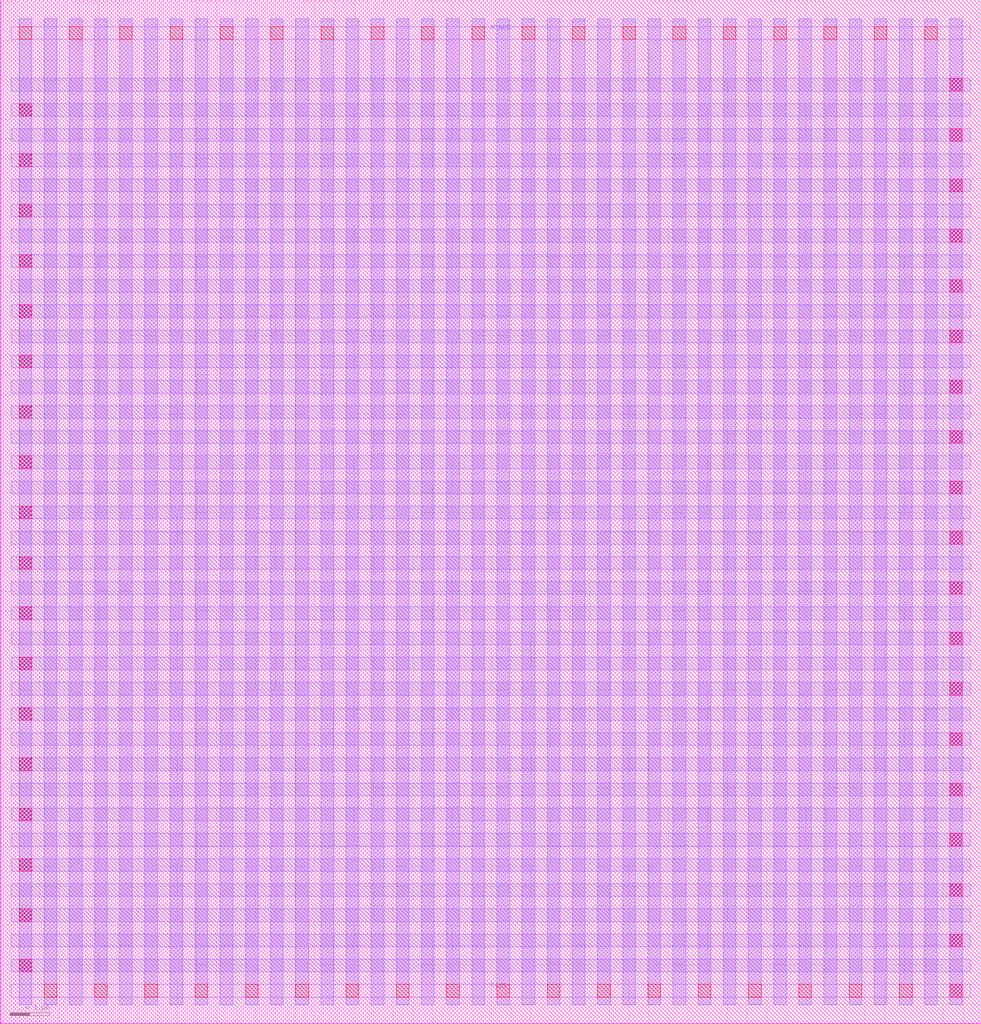
<source format=lef>
MACRO CMC_NMOS_n12_X3_Y1
  ORIGIN 0 0 ;
  FOREIGN CMC_NMOS_n12_X3_Y1 0 0 ;
  SIZE 3.8400 BY 0.8400 ;
  PIN SA
    DIRECTION INOUT ;
    USE SIGNAL ;
    PORT
      LAYER M2 ;
        RECT 0.2040 0.0680 2.8360 0.1000 ;
    END
  END SA
  PIN DA
    DIRECTION INOUT ;
    USE SIGNAL ;
    PORT
      LAYER M2 ;
        RECT 0.3640 0.1520 2.9960 0.1840 ;
    END
  END DA
  PIN SB
    DIRECTION INOUT ;
    USE SIGNAL ;
    PORT
      LAYER M2 ;
        RECT 0.8440 0.2360 3.4760 0.2680 ;
    END
  END SB
  PIN DB
    DIRECTION INOUT ;
    USE SIGNAL ;
    PORT
      LAYER M2 ;
        RECT 1.0040 0.3200 3.6360 0.3520 ;
    END
  END DB
  PIN G
    DIRECTION INOUT ;
    USE SIGNAL ;
    PORT
      LAYER M2 ;
        RECT 0.2840 0.4040 3.5560 0.4360 ;
    END
  END G
  OBS
    LAYER M1 ;
      RECT 0.3040 0.0480 0.3360 0.7080 ;
    LAYER M1 ;
      RECT 1.5840 0.0480 1.6160 0.7080 ;
    LAYER M1 ;
      RECT 2.8640 0.0480 2.8960 0.7080 ;
    LAYER M1 ;
      RECT 0.9440 0.0480 0.9760 0.7080 ;
    LAYER M1 ;
      RECT 2.2240 0.0480 2.2560 0.7080 ;
    LAYER M1 ;
      RECT 3.5040 0.0480 3.5360 0.7080 ;
    LAYER M1 ;
      RECT 0.2240 0.0480 0.2560 0.7080 ;
    LAYER M1 ;
      RECT 1.5040 0.0480 1.5360 0.7080 ;
    LAYER M1 ;
      RECT 2.7840 0.0480 2.8160 0.7080 ;
    LAYER M1 ;
      RECT 0.8640 0.0480 0.8960 0.7080 ;
    LAYER M1 ;
      RECT 2.1440 0.0480 2.1760 0.7080 ;
    LAYER M1 ;
      RECT 3.4240 0.0480 3.4560 0.7080 ;
    LAYER M1 ;
      RECT 0.3840 0.0480 0.4160 0.7080 ;
    LAYER M1 ;
      RECT 1.6640 0.0480 1.6960 0.7080 ;
    LAYER M1 ;
      RECT 2.9440 0.0480 2.9760 0.7080 ;
    LAYER M1 ;
      RECT 1.0240 0.0480 1.0560 0.7080 ;
    LAYER M1 ;
      RECT 2.3040 0.0480 2.3360 0.7080 ;
    LAYER M1 ;
      RECT 3.5840 0.0480 3.6160 0.7080 ;
    LAYER V1 ;
      RECT 0.2240 0.0680 0.2560 0.1000 ;
    LAYER V1 ;
      RECT 1.5040 0.0680 1.5360 0.1000 ;
    LAYER V1 ;
      RECT 2.7840 0.0680 2.8160 0.1000 ;
    LAYER V1 ;
      RECT 0.3840 0.1520 0.4160 0.1840 ;
    LAYER V1 ;
      RECT 1.6640 0.1520 1.6960 0.1840 ;
    LAYER V1 ;
      RECT 2.9440 0.1520 2.9760 0.1840 ;
    LAYER V1 ;
      RECT 0.8640 0.2360 0.8960 0.2680 ;
    LAYER V1 ;
      RECT 2.1440 0.2360 2.1760 0.2680 ;
    LAYER V1 ;
      RECT 3.4240 0.2360 3.4560 0.2680 ;
    LAYER V1 ;
      RECT 1.0240 0.3200 1.0560 0.3520 ;
    LAYER V1 ;
      RECT 2.3040 0.3200 2.3360 0.3520 ;
    LAYER V1 ;
      RECT 3.5840 0.3200 3.6160 0.3520 ;
    LAYER V1 ;
      RECT 0.3040 0.4040 0.3360 0.4360 ;
    LAYER V1 ;
      RECT 1.5840 0.4040 1.6160 0.4360 ;
    LAYER V1 ;
      RECT 2.8640 0.4040 2.8960 0.4360 ;
    LAYER V1 ;
      RECT 0.9440 0.4040 0.9760 0.4360 ;
    LAYER V1 ;
      RECT 2.2240 0.4040 2.2560 0.4360 ;
    LAYER V1 ;
      RECT 3.5040 0.4040 3.5360 0.4360 ;
    LAYER V0 ;
      RECT 0.2240 0.2360 0.2560 0.2680 ;
    LAYER V0 ;
      RECT 0.2240 0.3620 0.2560 0.3940 ;
    LAYER V0 ;
      RECT 0.2240 0.4880 0.2560 0.5200 ;
    LAYER V0 ;
      RECT 1.5040 0.2360 1.5360 0.2680 ;
    LAYER V0 ;
      RECT 1.5040 0.3620 1.5360 0.3940 ;
    LAYER V0 ;
      RECT 1.5040 0.4880 1.5360 0.5200 ;
    LAYER V0 ;
      RECT 2.7840 0.2360 2.8160 0.2680 ;
    LAYER V0 ;
      RECT 2.7840 0.3620 2.8160 0.3940 ;
    LAYER V0 ;
      RECT 2.7840 0.4880 2.8160 0.5200 ;
    LAYER V0 ;
      RECT 0.8640 0.2360 0.8960 0.2680 ;
    LAYER V0 ;
      RECT 0.8640 0.3620 0.8960 0.3940 ;
    LAYER V0 ;
      RECT 0.8640 0.4880 0.8960 0.5200 ;
    LAYER V0 ;
      RECT 2.1440 0.2360 2.1760 0.2680 ;
    LAYER V0 ;
      RECT 2.1440 0.3620 2.1760 0.3940 ;
    LAYER V0 ;
      RECT 2.1440 0.4880 2.1760 0.5200 ;
    LAYER V0 ;
      RECT 3.4240 0.2360 3.4560 0.2680 ;
    LAYER V0 ;
      RECT 3.4240 0.3620 3.4560 0.3940 ;
    LAYER V0 ;
      RECT 3.4240 0.4880 3.4560 0.5200 ;
    LAYER V0 ;
      RECT 0.3840 0.2360 0.4160 0.2680 ;
    LAYER V0 ;
      RECT 0.3840 0.3620 0.4160 0.3940 ;
    LAYER V0 ;
      RECT 0.3840 0.4880 0.4160 0.5200 ;
    LAYER V0 ;
      RECT 1.6640 0.2360 1.6960 0.2680 ;
    LAYER V0 ;
      RECT 1.6640 0.3620 1.6960 0.3940 ;
    LAYER V0 ;
      RECT 1.6640 0.4880 1.6960 0.5200 ;
    LAYER V0 ;
      RECT 2.9440 0.2360 2.9760 0.2680 ;
    LAYER V0 ;
      RECT 2.9440 0.3620 2.9760 0.3940 ;
    LAYER V0 ;
      RECT 2.9440 0.4880 2.9760 0.5200 ;
    LAYER V0 ;
      RECT 1.0240 0.2360 1.0560 0.2680 ;
    LAYER V0 ;
      RECT 1.0240 0.3620 1.0560 0.3940 ;
    LAYER V0 ;
      RECT 1.0240 0.4880 1.0560 0.5200 ;
    LAYER V0 ;
      RECT 2.3040 0.2360 2.3360 0.2680 ;
    LAYER V0 ;
      RECT 2.3040 0.3620 2.3360 0.3940 ;
    LAYER V0 ;
      RECT 2.3040 0.4880 2.3360 0.5200 ;
    LAYER V0 ;
      RECT 3.5840 0.2360 3.6160 0.2680 ;
    LAYER V0 ;
      RECT 3.5840 0.3620 3.6160 0.3940 ;
    LAYER V0 ;
      RECT 3.5840 0.4880 3.6160 0.5200 ;
  END
END CMC_NMOS_n12_X3_Y1
MACRO CMC_PMOS_S_n12_X1_Y1
  ORIGIN 0 0 ;
  FOREIGN CMC_PMOS_S_n12_X1_Y1 0 0 ;
  SIZE 1.2800 BY 0.8400 ;
  PIN S
    DIRECTION INOUT ;
    USE SIGNAL ;
    PORT
      LAYER M2 ;
        RECT 0.2040 0.0680 0.9160 0.1000 ;
    END
  END S
  PIN DA
    DIRECTION INOUT ;
    USE SIGNAL ;
    PORT
      LAYER M2 ;
        RECT 0.3640 0.1520 0.4360 0.1840 ;
    END
  END DA
  PIN DB
    DIRECTION INOUT ;
    USE SIGNAL ;
    PORT
      LAYER M2 ;
        RECT 1.0040 0.2360 1.0760 0.2680 ;
    END
  END DB
  PIN G
    DIRECTION INOUT ;
    USE SIGNAL ;
    PORT
      LAYER M2 ;
        RECT 0.2840 0.3200 0.9960 0.3520 ;
    END
  END G
  OBS
    LAYER M1 ;
      RECT 0.3040 0.0480 0.3360 0.7080 ;
    LAYER M1 ;
      RECT 0.9440 0.0480 0.9760 0.7080 ;
    LAYER M1 ;
      RECT 0.2240 0.0480 0.2560 0.7080 ;
    LAYER M1 ;
      RECT 0.8640 0.0480 0.8960 0.7080 ;
    LAYER M1 ;
      RECT 0.3840 0.0480 0.4160 0.7080 ;
    LAYER M1 ;
      RECT 1.0240 0.0480 1.0560 0.7080 ;
    LAYER V1 ;
      RECT 0.2240 0.0680 0.2560 0.1000 ;
    LAYER V1 ;
      RECT 0.8640 0.0680 0.8960 0.1000 ;
    LAYER V1 ;
      RECT 0.3840 0.1520 0.4160 0.1840 ;
    LAYER V1 ;
      RECT 1.0240 0.2360 1.0560 0.2680 ;
    LAYER V1 ;
      RECT 0.3040 0.3200 0.3360 0.3520 ;
    LAYER V1 ;
      RECT 0.9440 0.3200 0.9760 0.3520 ;
    LAYER V0 ;
      RECT 0.2240 0.2360 0.2560 0.2680 ;
    LAYER V0 ;
      RECT 0.2240 0.3620 0.2560 0.3940 ;
    LAYER V0 ;
      RECT 0.2240 0.4880 0.2560 0.5200 ;
    LAYER V0 ;
      RECT 0.8640 0.2360 0.8960 0.2680 ;
    LAYER V0 ;
      RECT 0.8640 0.3620 0.8960 0.3940 ;
    LAYER V0 ;
      RECT 0.8640 0.4880 0.8960 0.5200 ;
    LAYER V0 ;
      RECT 0.3840 0.2360 0.4160 0.2680 ;
    LAYER V0 ;
      RECT 0.3840 0.3620 0.4160 0.3940 ;
    LAYER V0 ;
      RECT 0.3840 0.4880 0.4160 0.5200 ;
    LAYER V0 ;
      RECT 1.0240 0.2360 1.0560 0.2680 ;
    LAYER V0 ;
      RECT 1.0240 0.3620 1.0560 0.3940 ;
    LAYER V0 ;
      RECT 1.0240 0.4880 1.0560 0.5200 ;
  END
END CMC_PMOS_S_n12_X1_Y1
MACRO CMC_PMOS_n12_X2_Y1
  ORIGIN 0 0 ;
  FOREIGN CMC_PMOS_n12_X2_Y1 0 0 ;
  SIZE 2.5600 BY 0.8400 ;
  PIN SA
    DIRECTION INOUT ;
    USE SIGNAL ;
    PORT
      LAYER M2 ;
        RECT 0.2040 0.0680 2.3560 0.1000 ;
    END
  END SA
  PIN DA
    DIRECTION INOUT ;
    USE SIGNAL ;
    PORT
      LAYER M2 ;
        RECT 0.3640 0.1520 2.1960 0.1840 ;
    END
  END DA
  PIN SB
    DIRECTION INOUT ;
    USE SIGNAL ;
    PORT
      LAYER M2 ;
        RECT 0.8440 0.2360 1.7160 0.2680 ;
    END
  END SB
  PIN DB
    DIRECTION INOUT ;
    USE SIGNAL ;
    PORT
      LAYER M2 ;
        RECT 1.0040 0.3200 1.5560 0.3520 ;
    END
  END DB
  PIN G
    DIRECTION INOUT ;
    USE SIGNAL ;
    PORT
      LAYER M2 ;
        RECT 0.2840 0.4040 2.2760 0.4360 ;
    END
  END G
  OBS
    LAYER M1 ;
      RECT 0.3040 0.0480 0.3360 0.7080 ;
    LAYER M1 ;
      RECT 2.2240 0.0480 2.2560 0.7080 ;
    LAYER M1 ;
      RECT 0.9440 0.0480 0.9760 0.7080 ;
    LAYER M1 ;
      RECT 1.5840 0.0480 1.6160 0.7080 ;
    LAYER M1 ;
      RECT 0.2240 0.0480 0.2560 0.7080 ;
    LAYER M1 ;
      RECT 2.3040 0.0480 2.3360 0.7080 ;
    LAYER M1 ;
      RECT 0.8640 0.0480 0.8960 0.7080 ;
    LAYER M1 ;
      RECT 1.6640 0.0480 1.6960 0.7080 ;
    LAYER M1 ;
      RECT 0.3840 0.0480 0.4160 0.7080 ;
    LAYER M1 ;
      RECT 2.1440 0.0480 2.1760 0.7080 ;
    LAYER M1 ;
      RECT 1.0240 0.0480 1.0560 0.7080 ;
    LAYER M1 ;
      RECT 1.5040 0.0480 1.5360 0.7080 ;
    LAYER V1 ;
      RECT 0.2240 0.0680 0.2560 0.1000 ;
    LAYER V1 ;
      RECT 2.3040 0.0680 2.3360 0.1000 ;
    LAYER V1 ;
      RECT 0.3840 0.1520 0.4160 0.1840 ;
    LAYER V1 ;
      RECT 2.1440 0.1520 2.1760 0.1840 ;
    LAYER V1 ;
      RECT 0.8640 0.2360 0.8960 0.2680 ;
    LAYER V1 ;
      RECT 1.6640 0.2360 1.6960 0.2680 ;
    LAYER V1 ;
      RECT 1.0240 0.3200 1.0560 0.3520 ;
    LAYER V1 ;
      RECT 1.5040 0.3200 1.5360 0.3520 ;
    LAYER V1 ;
      RECT 0.3040 0.4040 0.3360 0.4360 ;
    LAYER V1 ;
      RECT 2.2240 0.4040 2.2560 0.4360 ;
    LAYER V1 ;
      RECT 0.9440 0.4040 0.9760 0.4360 ;
    LAYER V1 ;
      RECT 1.5840 0.4040 1.6160 0.4360 ;
    LAYER V0 ;
      RECT 0.2240 0.2360 0.2560 0.2680 ;
    LAYER V0 ;
      RECT 0.2240 0.3620 0.2560 0.3940 ;
    LAYER V0 ;
      RECT 0.2240 0.4880 0.2560 0.5200 ;
    LAYER V0 ;
      RECT 2.3040 0.2360 2.3360 0.2680 ;
    LAYER V0 ;
      RECT 2.3040 0.3620 2.3360 0.3940 ;
    LAYER V0 ;
      RECT 2.3040 0.4880 2.3360 0.5200 ;
    LAYER V0 ;
      RECT 0.8640 0.2360 0.8960 0.2680 ;
    LAYER V0 ;
      RECT 0.8640 0.3620 0.8960 0.3940 ;
    LAYER V0 ;
      RECT 0.8640 0.4880 0.8960 0.5200 ;
    LAYER V0 ;
      RECT 1.6640 0.2360 1.6960 0.2680 ;
    LAYER V0 ;
      RECT 1.6640 0.3620 1.6960 0.3940 ;
    LAYER V0 ;
      RECT 1.6640 0.4880 1.6960 0.5200 ;
    LAYER V0 ;
      RECT 0.3840 0.2360 0.4160 0.2680 ;
    LAYER V0 ;
      RECT 0.3840 0.3620 0.4160 0.3940 ;
    LAYER V0 ;
      RECT 0.3840 0.4880 0.4160 0.5200 ;
    LAYER V0 ;
      RECT 2.1440 0.2360 2.1760 0.2680 ;
    LAYER V0 ;
      RECT 2.1440 0.3620 2.1760 0.3940 ;
    LAYER V0 ;
      RECT 2.1440 0.4880 2.1760 0.5200 ;
    LAYER V0 ;
      RECT 1.0240 0.2360 1.0560 0.2680 ;
    LAYER V0 ;
      RECT 1.0240 0.3620 1.0560 0.3940 ;
    LAYER V0 ;
      RECT 1.0240 0.4880 1.0560 0.5200 ;
    LAYER V0 ;
      RECT 1.5040 0.2360 1.5360 0.2680 ;
    LAYER V0 ;
      RECT 1.5040 0.3620 1.5360 0.3940 ;
    LAYER V0 ;
      RECT 1.5040 0.4880 1.5360 0.5200 ;
  END
END CMC_PMOS_n12_X2_Y1
MACRO CMFB_NMOS_n12_X3_Y1
  ORIGIN 0 0 ;
  FOREIGN CMFB_NMOS_n12_X3_Y1 0 0 ;
  SIZE 5.1200 BY 0.8400 ;
  PIN S
    DIRECTION INOUT ;
    USE SIGNAL ;
    PORT
      LAYER M2 ;
        RECT 0.2040 0.0680 4.7560 0.1000 ;
    END
  END S
  PIN DA
    DIRECTION INOUT ;
    USE SIGNAL ;
    PORT
      LAYER M2 ;
        RECT 2.2040 0.1520 2.9960 0.1840 ;
    END
  END DA
  PIN DB
    DIRECTION INOUT ;
    USE SIGNAL ;
    PORT
      LAYER M2 ;
        RECT 0.3640 0.2360 4.9160 0.2680 ;
    END
  END DB
  PIN GB
    DIRECTION INOUT ;
    USE SIGNAL ;
    PORT
      LAYER M2 ;
        RECT 0.2840 0.3200 4.8360 0.3520 ;
    END
  END GB
  OBS
    LAYER M1 ;
      RECT 2.2240 0.0480 2.2560 0.7080 ;
    LAYER M1 ;
      RECT 2.8640 0.0480 2.8960 0.7080 ;
    LAYER M1 ;
      RECT 0.3040 0.0480 0.3360 0.7080 ;
    LAYER M1 ;
      RECT 0.9440 0.0480 0.9760 0.7080 ;
    LAYER M1 ;
      RECT 1.5840 0.0480 1.6160 0.7080 ;
    LAYER M1 ;
      RECT 3.5040 0.0480 3.5360 0.7080 ;
    LAYER M1 ;
      RECT 4.1440 0.0480 4.1760 0.7080 ;
    LAYER M1 ;
      RECT 4.7840 0.0480 4.8160 0.7080 ;
    LAYER M1 ;
      RECT 2.1440 0.0480 2.1760 0.7080 ;
    LAYER M1 ;
      RECT 2.7840 0.0480 2.8160 0.7080 ;
    LAYER M1 ;
      RECT 0.2240 0.0480 0.2560 0.7080 ;
    LAYER M1 ;
      RECT 0.8640 0.0480 0.8960 0.7080 ;
    LAYER M1 ;
      RECT 1.5040 0.0480 1.5360 0.7080 ;
    LAYER M1 ;
      RECT 3.4240 0.0480 3.4560 0.7080 ;
    LAYER M1 ;
      RECT 4.0640 0.0480 4.0960 0.7080 ;
    LAYER M1 ;
      RECT 4.7040 0.0480 4.7360 0.7080 ;
    LAYER M1 ;
      RECT 2.3040 0.0480 2.3360 0.7080 ;
    LAYER M1 ;
      RECT 2.9440 0.0480 2.9760 0.7080 ;
    LAYER M1 ;
      RECT 0.3840 0.0480 0.4160 0.7080 ;
    LAYER M1 ;
      RECT 1.0240 0.0480 1.0560 0.7080 ;
    LAYER M1 ;
      RECT 1.6640 0.0480 1.6960 0.7080 ;
    LAYER M1 ;
      RECT 3.5840 0.0480 3.6160 0.7080 ;
    LAYER M1 ;
      RECT 4.2240 0.0480 4.2560 0.7080 ;
    LAYER M1 ;
      RECT 4.8640 0.0480 4.8960 0.7080 ;
    LAYER V1 ;
      RECT 2.1440 0.0680 2.1760 0.1000 ;
    LAYER V1 ;
      RECT 2.7840 0.0680 2.8160 0.1000 ;
    LAYER V1 ;
      RECT 0.2240 0.0680 0.2560 0.1000 ;
    LAYER V1 ;
      RECT 0.8640 0.0680 0.8960 0.1000 ;
    LAYER V1 ;
      RECT 1.5040 0.0680 1.5360 0.1000 ;
    LAYER V1 ;
      RECT 3.4240 0.0680 3.4560 0.1000 ;
    LAYER V1 ;
      RECT 4.0640 0.0680 4.0960 0.1000 ;
    LAYER V1 ;
      RECT 4.7040 0.0680 4.7360 0.1000 ;
    LAYER V1 ;
      RECT 2.3040 0.1520 2.3360 0.1840 ;
    LAYER V1 ;
      RECT 2.9440 0.1520 2.9760 0.1840 ;
    LAYER V1 ;
      RECT 2.2240 0.1520 2.2560 0.1840 ;
    LAYER V1 ;
      RECT 2.8640 0.1520 2.8960 0.1840 ;
    LAYER V1 ;
      RECT 0.3840 0.2360 0.4160 0.2680 ;
    LAYER V1 ;
      RECT 1.0240 0.2360 1.0560 0.2680 ;
    LAYER V1 ;
      RECT 1.6640 0.2360 1.6960 0.2680 ;
    LAYER V1 ;
      RECT 3.5840 0.2360 3.6160 0.2680 ;
    LAYER V1 ;
      RECT 4.2240 0.2360 4.2560 0.2680 ;
    LAYER V1 ;
      RECT 4.8640 0.2360 4.8960 0.2680 ;
    LAYER V1 ;
      RECT 0.3040 0.3200 0.3360 0.3520 ;
    LAYER V1 ;
      RECT 0.9440 0.3200 0.9760 0.3520 ;
    LAYER V1 ;
      RECT 1.5840 0.3200 1.6160 0.3520 ;
    LAYER V1 ;
      RECT 3.5040 0.3200 3.5360 0.3520 ;
    LAYER V1 ;
      RECT 4.1440 0.3200 4.1760 0.3520 ;
    LAYER V1 ;
      RECT 4.7840 0.3200 4.8160 0.3520 ;
    LAYER V0 ;
      RECT 2.1440 0.2360 2.1760 0.2680 ;
    LAYER V0 ;
      RECT 2.1440 0.3620 2.1760 0.3940 ;
    LAYER V0 ;
      RECT 2.1440 0.4880 2.1760 0.5200 ;
    LAYER V0 ;
      RECT 2.7840 0.2360 2.8160 0.2680 ;
    LAYER V0 ;
      RECT 2.7840 0.3620 2.8160 0.3940 ;
    LAYER V0 ;
      RECT 2.7840 0.4880 2.8160 0.5200 ;
    LAYER V0 ;
      RECT 0.2240 0.2360 0.2560 0.2680 ;
    LAYER V0 ;
      RECT 0.2240 0.3620 0.2560 0.3940 ;
    LAYER V0 ;
      RECT 0.2240 0.4880 0.2560 0.5200 ;
    LAYER V0 ;
      RECT 0.8640 0.2360 0.8960 0.2680 ;
    LAYER V0 ;
      RECT 0.8640 0.3620 0.8960 0.3940 ;
    LAYER V0 ;
      RECT 0.8640 0.4880 0.8960 0.5200 ;
    LAYER V0 ;
      RECT 1.5040 0.2360 1.5360 0.2680 ;
    LAYER V0 ;
      RECT 1.5040 0.3620 1.5360 0.3940 ;
    LAYER V0 ;
      RECT 1.5040 0.4880 1.5360 0.5200 ;
    LAYER V0 ;
      RECT 3.4240 0.2360 3.4560 0.2680 ;
    LAYER V0 ;
      RECT 3.4240 0.3620 3.4560 0.3940 ;
    LAYER V0 ;
      RECT 3.4240 0.4880 3.4560 0.5200 ;
    LAYER V0 ;
      RECT 4.0640 0.2360 4.0960 0.2680 ;
    LAYER V0 ;
      RECT 4.0640 0.3620 4.0960 0.3940 ;
    LAYER V0 ;
      RECT 4.0640 0.4880 4.0960 0.5200 ;
    LAYER V0 ;
      RECT 4.7040 0.2360 4.7360 0.2680 ;
    LAYER V0 ;
      RECT 4.7040 0.3620 4.7360 0.3940 ;
    LAYER V0 ;
      RECT 4.7040 0.4880 4.7360 0.5200 ;
    LAYER V0 ;
      RECT 2.3040 0.2360 2.3360 0.2680 ;
    LAYER V0 ;
      RECT 2.3040 0.3620 2.3360 0.3940 ;
    LAYER V0 ;
      RECT 2.3040 0.4880 2.3360 0.5200 ;
    LAYER V0 ;
      RECT 2.9440 0.2360 2.9760 0.2680 ;
    LAYER V0 ;
      RECT 2.9440 0.3620 2.9760 0.3940 ;
    LAYER V0 ;
      RECT 2.9440 0.4880 2.9760 0.5200 ;
    LAYER V0 ;
      RECT 0.3840 0.2360 0.4160 0.2680 ;
    LAYER V0 ;
      RECT 0.3840 0.3620 0.4160 0.3940 ;
    LAYER V0 ;
      RECT 0.3840 0.4880 0.4160 0.5200 ;
    LAYER V0 ;
      RECT 1.0240 0.2360 1.0560 0.2680 ;
    LAYER V0 ;
      RECT 1.0240 0.3620 1.0560 0.3940 ;
    LAYER V0 ;
      RECT 1.0240 0.4880 1.0560 0.5200 ;
    LAYER V0 ;
      RECT 1.6640 0.2360 1.6960 0.2680 ;
    LAYER V0 ;
      RECT 1.6640 0.3620 1.6960 0.3940 ;
    LAYER V0 ;
      RECT 1.6640 0.4880 1.6960 0.5200 ;
    LAYER V0 ;
      RECT 3.5840 0.2360 3.6160 0.2680 ;
    LAYER V0 ;
      RECT 3.5840 0.3620 3.6160 0.3940 ;
    LAYER V0 ;
      RECT 3.5840 0.4880 3.6160 0.5200 ;
    LAYER V0 ;
      RECT 4.2240 0.2360 4.2560 0.2680 ;
    LAYER V0 ;
      RECT 4.2240 0.3620 4.2560 0.3940 ;
    LAYER V0 ;
      RECT 4.2240 0.4880 4.2560 0.5200 ;
    LAYER V0 ;
      RECT 4.8640 0.2360 4.8960 0.2680 ;
    LAYER V0 ;
      RECT 4.8640 0.3620 4.8960 0.3940 ;
    LAYER V0 ;
      RECT 4.8640 0.4880 4.8960 0.5200 ;
  END
END CMFB_NMOS_n12_X3_Y1
MACRO DCL_NMOS_n12_X2_Y1
  ORIGIN 0 0 ;
  FOREIGN DCL_NMOS_n12_X2_Y1 0 0 ;
  SIZE 1.2800 BY 0.8400 ;
  PIN S
    DIRECTION INOUT ;
    USE SIGNAL ;
    PORT
      LAYER M2 ;
        RECT 0.2040 0.0680 0.9160 0.1000 ;
    END
  END S
  PIN D
    DIRECTION INOUT ;
    USE SIGNAL ;
    PORT
      LAYER M2 ;
        RECT 0.2840 0.1520 1.0760 0.1840 ;
    END
  END D
  OBS
    LAYER M1 ;
      RECT 0.3040 0.0480 0.3360 0.7080 ;
    LAYER M1 ;
      RECT 0.9440 0.0480 0.9760 0.7080 ;
    LAYER M1 ;
      RECT 0.2240 0.0480 0.2560 0.7080 ;
    LAYER M1 ;
      RECT 0.8640 0.0480 0.8960 0.7080 ;
    LAYER M1 ;
      RECT 0.3840 0.0480 0.4160 0.7080 ;
    LAYER M1 ;
      RECT 1.0240 0.0480 1.0560 0.7080 ;
    LAYER V1 ;
      RECT 0.2240 0.0680 0.2560 0.1000 ;
    LAYER V1 ;
      RECT 0.8640 0.0680 0.8960 0.1000 ;
    LAYER V1 ;
      RECT 0.3040 0.1520 0.3360 0.1840 ;
    LAYER V1 ;
      RECT 0.9440 0.1520 0.9760 0.1840 ;
    LAYER V1 ;
      RECT 0.3840 0.1520 0.4160 0.1840 ;
    LAYER V1 ;
      RECT 1.0240 0.1520 1.0560 0.1840 ;
    LAYER V0 ;
      RECT 0.2240 0.2360 0.2560 0.2680 ;
    LAYER V0 ;
      RECT 0.2240 0.3620 0.2560 0.3940 ;
    LAYER V0 ;
      RECT 0.2240 0.4880 0.2560 0.5200 ;
    LAYER V0 ;
      RECT 0.8640 0.2360 0.8960 0.2680 ;
    LAYER V0 ;
      RECT 0.8640 0.3620 0.8960 0.3940 ;
    LAYER V0 ;
      RECT 0.8640 0.4880 0.8960 0.5200 ;
    LAYER V0 ;
      RECT 0.3840 0.2360 0.4160 0.2680 ;
    LAYER V0 ;
      RECT 0.3840 0.3620 0.4160 0.3940 ;
    LAYER V0 ;
      RECT 0.3840 0.4880 0.4160 0.5200 ;
    LAYER V0 ;
      RECT 1.0240 0.2360 1.0560 0.2680 ;
    LAYER V0 ;
      RECT 1.0240 0.3620 1.0560 0.3940 ;
    LAYER V0 ;
      RECT 1.0240 0.4880 1.0560 0.5200 ;
  END
END DCL_NMOS_n12_X2_Y1
MACRO DP_NMOS_n12_X1_Y1
  ORIGIN 0 0 ;
  FOREIGN DP_NMOS_n12_X1_Y1 0 0 ;
  SIZE 1.2800 BY 0.8400 ;
  PIN S
    DIRECTION INOUT ;
    USE SIGNAL ;
    PORT
      LAYER M2 ;
        RECT 0.2040 0.0680 0.9160 0.1000 ;
    END
  END S
  PIN DA
    DIRECTION INOUT ;
    USE SIGNAL ;
    PORT
      LAYER M2 ;
        RECT 0.3640 0.1520 0.4360 0.1840 ;
    END
  END DA
  PIN DB
    DIRECTION INOUT ;
    USE SIGNAL ;
    PORT
      LAYER M2 ;
        RECT 1.0040 0.2360 1.0760 0.2680 ;
    END
  END DB
  PIN GA
    DIRECTION INOUT ;
    USE SIGNAL ;
    PORT
      LAYER M2 ;
        RECT 0.2840 0.3200 0.3560 0.3520 ;
    END
  END GA
  PIN GB
    DIRECTION INOUT ;
    USE SIGNAL ;
    PORT
      LAYER M2 ;
        RECT 0.9240 0.4040 0.9960 0.4360 ;
    END
  END GB
  OBS
    LAYER M1 ;
      RECT 0.3040 0.0480 0.3360 0.7080 ;
    LAYER M1 ;
      RECT 0.9440 0.0480 0.9760 0.7080 ;
    LAYER M1 ;
      RECT 0.2240 0.0480 0.2560 0.7080 ;
    LAYER M1 ;
      RECT 0.8640 0.0480 0.8960 0.7080 ;
    LAYER M1 ;
      RECT 0.3840 0.0480 0.4160 0.7080 ;
    LAYER M1 ;
      RECT 1.0240 0.0480 1.0560 0.7080 ;
    LAYER V1 ;
      RECT 0.2240 0.0680 0.2560 0.1000 ;
    LAYER V1 ;
      RECT 0.8640 0.0680 0.8960 0.1000 ;
    LAYER V1 ;
      RECT 0.3840 0.1520 0.4160 0.1840 ;
    LAYER V1 ;
      RECT 1.0240 0.2360 1.0560 0.2680 ;
    LAYER V1 ;
      RECT 0.3040 0.3200 0.3360 0.3520 ;
    LAYER V1 ;
      RECT 0.9440 0.4040 0.9760 0.4360 ;
    LAYER V0 ;
      RECT 0.2240 0.2360 0.2560 0.2680 ;
    LAYER V0 ;
      RECT 0.2240 0.3620 0.2560 0.3940 ;
    LAYER V0 ;
      RECT 0.2240 0.4880 0.2560 0.5200 ;
    LAYER V0 ;
      RECT 0.8640 0.2360 0.8960 0.2680 ;
    LAYER V0 ;
      RECT 0.8640 0.3620 0.8960 0.3940 ;
    LAYER V0 ;
      RECT 0.8640 0.4880 0.8960 0.5200 ;
    LAYER V0 ;
      RECT 0.3840 0.2360 0.4160 0.2680 ;
    LAYER V0 ;
      RECT 0.3840 0.3620 0.4160 0.3940 ;
    LAYER V0 ;
      RECT 0.3840 0.4880 0.4160 0.5200 ;
    LAYER V0 ;
      RECT 1.0240 0.2360 1.0560 0.2680 ;
    LAYER V0 ;
      RECT 1.0240 0.3620 1.0560 0.3940 ;
    LAYER V0 ;
      RECT 1.0240 0.4880 1.0560 0.5200 ;
  END
END DP_NMOS_n12_X1_Y1
MACRO DP_NMOS_n12_X3_Y2
  ORIGIN 0 0 ;
  FOREIGN DP_NMOS_n12_X3_Y2 0 0 ;
  SIZE 3.8400 BY 1.6800 ;
  PIN S
    DIRECTION INOUT ;
    USE SIGNAL ;
    PORT
      LAYER M3 ;
        RECT 1.8200 0.0480 1.8600 0.9600 ;
    END
  END S
  PIN DA
    DIRECTION INOUT ;
    USE SIGNAL ;
    PORT
      LAYER M3 ;
        RECT 1.7400 0.1320 1.7800 1.0440 ;
    END
  END DA
  PIN DB
    DIRECTION INOUT ;
    USE SIGNAL ;
    PORT
      LAYER M3 ;
        RECT 1.9000 0.2160 1.9400 1.1280 ;
    END
  END DB
  PIN GA
    DIRECTION INOUT ;
    USE SIGNAL ;
    PORT
      LAYER M3 ;
        RECT 1.6600 0.3000 1.7000 1.2120 ;
    END
  END GA
  PIN GB
    DIRECTION INOUT ;
    USE SIGNAL ;
    PORT
      LAYER M3 ;
        RECT 1.9800 0.3840 2.0200 1.2960 ;
    END
  END GB
  OBS
    LAYER M1 ;
      RECT 0.3040 0.0480 0.3360 0.7080 ;
    LAYER M1 ;
      RECT 0.3040 0.8880 0.3360 1.5480 ;
    LAYER M1 ;
      RECT 1.5840 0.0480 1.6160 0.7080 ;
    LAYER M1 ;
      RECT 1.5840 0.8880 1.6160 1.5480 ;
    LAYER M1 ;
      RECT 2.8640 0.0480 2.8960 0.7080 ;
    LAYER M1 ;
      RECT 2.8640 0.8880 2.8960 1.5480 ;
    LAYER M1 ;
      RECT 0.9440 0.0480 0.9760 0.7080 ;
    LAYER M1 ;
      RECT 0.9440 0.8880 0.9760 1.5480 ;
    LAYER M1 ;
      RECT 2.2240 0.0480 2.2560 0.7080 ;
    LAYER M1 ;
      RECT 2.2240 0.8880 2.2560 1.5480 ;
    LAYER M1 ;
      RECT 3.5040 0.0480 3.5360 0.7080 ;
    LAYER M1 ;
      RECT 3.5040 0.8880 3.5360 1.5480 ;
    LAYER M1 ;
      RECT 0.2240 0.0480 0.2560 0.7080 ;
    LAYER M1 ;
      RECT 0.2240 0.8880 0.2560 1.5480 ;
    LAYER M1 ;
      RECT 1.5040 0.0480 1.5360 0.7080 ;
    LAYER M1 ;
      RECT 1.5040 0.8880 1.5360 1.5480 ;
    LAYER M1 ;
      RECT 2.7840 0.0480 2.8160 0.7080 ;
    LAYER M1 ;
      RECT 2.7840 0.8880 2.8160 1.5480 ;
    LAYER M1 ;
      RECT 0.8640 0.0480 0.8960 0.7080 ;
    LAYER M1 ;
      RECT 0.8640 0.8880 0.8960 1.5480 ;
    LAYER M1 ;
      RECT 2.1440 0.0480 2.1760 0.7080 ;
    LAYER M1 ;
      RECT 2.1440 0.8880 2.1760 1.5480 ;
    LAYER M1 ;
      RECT 3.4240 0.0480 3.4560 0.7080 ;
    LAYER M1 ;
      RECT 3.4240 0.8880 3.4560 1.5480 ;
    LAYER M1 ;
      RECT 0.3840 0.0480 0.4160 0.7080 ;
    LAYER M1 ;
      RECT 0.3840 0.8880 0.4160 1.5480 ;
    LAYER M1 ;
      RECT 1.6640 0.0480 1.6960 0.7080 ;
    LAYER M1 ;
      RECT 1.6640 0.8880 1.6960 1.5480 ;
    LAYER M1 ;
      RECT 2.9440 0.0480 2.9760 0.7080 ;
    LAYER M1 ;
      RECT 2.9440 0.8880 2.9760 1.5480 ;
    LAYER M1 ;
      RECT 1.0240 0.0480 1.0560 0.7080 ;
    LAYER M1 ;
      RECT 1.0240 0.8880 1.0560 1.5480 ;
    LAYER M1 ;
      RECT 2.3040 0.0480 2.3360 0.7080 ;
    LAYER M1 ;
      RECT 2.3040 0.8880 2.3360 1.5480 ;
    LAYER M1 ;
      RECT 3.5840 0.0480 3.6160 0.7080 ;
    LAYER M1 ;
      RECT 3.5840 0.8880 3.6160 1.5480 ;
    LAYER M2 ;
      RECT 0.2040 0.0680 3.4760 0.1000 ;
    LAYER M2 ;
      RECT 0.3640 0.1520 2.9960 0.1840 ;
    LAYER M2 ;
      RECT 1.0040 0.2360 3.6360 0.2680 ;
    LAYER M2 ;
      RECT 0.2840 0.3200 2.9160 0.3520 ;
    LAYER M2 ;
      RECT 0.9240 0.4040 3.5560 0.4360 ;
    LAYER M2 ;
      RECT 0.2040 0.9080 3.4760 0.9400 ;
    LAYER M2 ;
      RECT 1.0040 0.9920 3.6360 1.0240 ;
    LAYER M2 ;
      RECT 0.3640 1.0760 2.9960 1.1080 ;
    LAYER M2 ;
      RECT 0.9240 1.1600 3.5560 1.1920 ;
    LAYER M2 ;
      RECT 0.2840 1.2440 2.9160 1.2760 ;
    LAYER V1 ;
      RECT 0.2240 0.0680 0.2560 0.1000 ;
    LAYER V1 ;
      RECT 0.2240 0.9080 0.2560 0.9400 ;
    LAYER V1 ;
      RECT 1.5040 0.0680 1.5360 0.1000 ;
    LAYER V1 ;
      RECT 1.5040 0.9080 1.5360 0.9400 ;
    LAYER V1 ;
      RECT 2.7840 0.0680 2.8160 0.1000 ;
    LAYER V1 ;
      RECT 2.7840 0.9080 2.8160 0.9400 ;
    LAYER V1 ;
      RECT 0.8640 0.0680 0.8960 0.1000 ;
    LAYER V1 ;
      RECT 0.8640 0.9080 0.8960 0.9400 ;
    LAYER V1 ;
      RECT 2.1440 0.0680 2.1760 0.1000 ;
    LAYER V1 ;
      RECT 2.1440 0.9080 2.1760 0.9400 ;
    LAYER V1 ;
      RECT 3.4240 0.0680 3.4560 0.1000 ;
    LAYER V1 ;
      RECT 3.4240 0.9080 3.4560 0.9400 ;
    LAYER V1 ;
      RECT 0.3840 0.1520 0.4160 0.1840 ;
    LAYER V1 ;
      RECT 0.3840 1.0760 0.4160 1.1080 ;
    LAYER V1 ;
      RECT 1.6640 0.1520 1.6960 0.1840 ;
    LAYER V1 ;
      RECT 1.6640 1.0760 1.6960 1.1080 ;
    LAYER V1 ;
      RECT 2.9440 0.1520 2.9760 0.1840 ;
    LAYER V1 ;
      RECT 2.9440 1.0760 2.9760 1.1080 ;
    LAYER V1 ;
      RECT 1.0240 0.2360 1.0560 0.2680 ;
    LAYER V1 ;
      RECT 1.0240 0.9920 1.0560 1.0240 ;
    LAYER V1 ;
      RECT 2.3040 0.2360 2.3360 0.2680 ;
    LAYER V1 ;
      RECT 2.3040 0.9920 2.3360 1.0240 ;
    LAYER V1 ;
      RECT 3.5840 0.2360 3.6160 0.2680 ;
    LAYER V1 ;
      RECT 3.5840 0.9920 3.6160 1.0240 ;
    LAYER V1 ;
      RECT 0.3040 0.3200 0.3360 0.3520 ;
    LAYER V1 ;
      RECT 0.3040 1.2440 0.3360 1.2760 ;
    LAYER V1 ;
      RECT 1.5840 0.3200 1.6160 0.3520 ;
    LAYER V1 ;
      RECT 1.5840 1.2440 1.6160 1.2760 ;
    LAYER V1 ;
      RECT 2.8640 0.3200 2.8960 0.3520 ;
    LAYER V1 ;
      RECT 2.8640 1.2440 2.8960 1.2760 ;
    LAYER V1 ;
      RECT 0.9440 0.4040 0.9760 0.4360 ;
    LAYER V1 ;
      RECT 0.9440 1.1600 0.9760 1.1920 ;
    LAYER V1 ;
      RECT 2.2240 0.4040 2.2560 0.4360 ;
    LAYER V1 ;
      RECT 2.2240 1.1600 2.2560 1.1920 ;
    LAYER V1 ;
      RECT 3.5040 0.4040 3.5360 0.4360 ;
    LAYER V1 ;
      RECT 3.5040 1.1600 3.5360 1.1920 ;
    LAYER V2 ;
      RECT 1.8240 0.0680 1.8560 0.1000 ;
    LAYER V2 ;
      RECT 1.8240 0.9080 1.8560 0.9400 ;
    LAYER V2 ;
      RECT 1.7440 0.1520 1.7760 0.1840 ;
    LAYER V2 ;
      RECT 1.7440 0.9920 1.7760 1.0240 ;
    LAYER V2 ;
      RECT 1.9040 0.2360 1.9360 0.2680 ;
    LAYER V2 ;
      RECT 1.9040 1.0760 1.9360 1.1080 ;
    LAYER V2 ;
      RECT 1.6640 0.3200 1.6960 0.3520 ;
    LAYER V2 ;
      RECT 1.6640 1.1600 1.6960 1.1920 ;
    LAYER V2 ;
      RECT 1.9840 0.4040 2.0160 0.4360 ;
    LAYER V2 ;
      RECT 1.9840 1.2440 2.0160 1.2760 ;
    LAYER V0 ;
      RECT 0.2240 0.2360 0.2560 0.2680 ;
    LAYER V0 ;
      RECT 0.2240 0.3620 0.2560 0.3940 ;
    LAYER V0 ;
      RECT 0.2240 0.4880 0.2560 0.5200 ;
    LAYER V0 ;
      RECT 0.2240 1.0760 0.2560 1.1080 ;
    LAYER V0 ;
      RECT 0.2240 1.2020 0.2560 1.2340 ;
    LAYER V0 ;
      RECT 0.2240 1.3280 0.2560 1.3600 ;
    LAYER V0 ;
      RECT 1.5040 0.2360 1.5360 0.2680 ;
    LAYER V0 ;
      RECT 1.5040 0.3620 1.5360 0.3940 ;
    LAYER V0 ;
      RECT 1.5040 0.4880 1.5360 0.5200 ;
    LAYER V0 ;
      RECT 1.5040 1.0760 1.5360 1.1080 ;
    LAYER V0 ;
      RECT 1.5040 1.2020 1.5360 1.2340 ;
    LAYER V0 ;
      RECT 1.5040 1.3280 1.5360 1.3600 ;
    LAYER V0 ;
      RECT 2.7840 0.2360 2.8160 0.2680 ;
    LAYER V0 ;
      RECT 2.7840 0.3620 2.8160 0.3940 ;
    LAYER V0 ;
      RECT 2.7840 0.4880 2.8160 0.5200 ;
    LAYER V0 ;
      RECT 2.7840 1.0760 2.8160 1.1080 ;
    LAYER V0 ;
      RECT 2.7840 1.2020 2.8160 1.2340 ;
    LAYER V0 ;
      RECT 2.7840 1.3280 2.8160 1.3600 ;
    LAYER V0 ;
      RECT 0.8640 0.2360 0.8960 0.2680 ;
    LAYER V0 ;
      RECT 0.8640 0.3620 0.8960 0.3940 ;
    LAYER V0 ;
      RECT 0.8640 0.4880 0.8960 0.5200 ;
    LAYER V0 ;
      RECT 0.8640 1.0760 0.8960 1.1080 ;
    LAYER V0 ;
      RECT 0.8640 1.2020 0.8960 1.2340 ;
    LAYER V0 ;
      RECT 0.8640 1.3280 0.8960 1.3600 ;
    LAYER V0 ;
      RECT 2.1440 0.2360 2.1760 0.2680 ;
    LAYER V0 ;
      RECT 2.1440 0.3620 2.1760 0.3940 ;
    LAYER V0 ;
      RECT 2.1440 0.4880 2.1760 0.5200 ;
    LAYER V0 ;
      RECT 2.1440 1.0760 2.1760 1.1080 ;
    LAYER V0 ;
      RECT 2.1440 1.2020 2.1760 1.2340 ;
    LAYER V0 ;
      RECT 2.1440 1.3280 2.1760 1.3600 ;
    LAYER V0 ;
      RECT 3.4240 0.2360 3.4560 0.2680 ;
    LAYER V0 ;
      RECT 3.4240 0.3620 3.4560 0.3940 ;
    LAYER V0 ;
      RECT 3.4240 0.4880 3.4560 0.5200 ;
    LAYER V0 ;
      RECT 3.4240 1.0760 3.4560 1.1080 ;
    LAYER V0 ;
      RECT 3.4240 1.2020 3.4560 1.2340 ;
    LAYER V0 ;
      RECT 3.4240 1.3280 3.4560 1.3600 ;
    LAYER V0 ;
      RECT 0.3840 0.2360 0.4160 0.2680 ;
    LAYER V0 ;
      RECT 0.3840 0.3620 0.4160 0.3940 ;
    LAYER V0 ;
      RECT 0.3840 0.4880 0.4160 0.5200 ;
    LAYER V0 ;
      RECT 0.3840 1.0760 0.4160 1.1080 ;
    LAYER V0 ;
      RECT 0.3840 1.2020 0.4160 1.2340 ;
    LAYER V0 ;
      RECT 0.3840 1.3280 0.4160 1.3600 ;
    LAYER V0 ;
      RECT 1.6640 0.2360 1.6960 0.2680 ;
    LAYER V0 ;
      RECT 1.6640 0.3620 1.6960 0.3940 ;
    LAYER V0 ;
      RECT 1.6640 0.4880 1.6960 0.5200 ;
    LAYER V0 ;
      RECT 1.6640 1.0760 1.6960 1.1080 ;
    LAYER V0 ;
      RECT 1.6640 1.2020 1.6960 1.2340 ;
    LAYER V0 ;
      RECT 1.6640 1.3280 1.6960 1.3600 ;
    LAYER V0 ;
      RECT 2.9440 0.2360 2.9760 0.2680 ;
    LAYER V0 ;
      RECT 2.9440 0.3620 2.9760 0.3940 ;
    LAYER V0 ;
      RECT 2.9440 0.4880 2.9760 0.5200 ;
    LAYER V0 ;
      RECT 2.9440 1.0760 2.9760 1.1080 ;
    LAYER V0 ;
      RECT 2.9440 1.2020 2.9760 1.2340 ;
    LAYER V0 ;
      RECT 2.9440 1.3280 2.9760 1.3600 ;
    LAYER V0 ;
      RECT 1.0240 0.2360 1.0560 0.2680 ;
    LAYER V0 ;
      RECT 1.0240 0.3620 1.0560 0.3940 ;
    LAYER V0 ;
      RECT 1.0240 0.4880 1.0560 0.5200 ;
    LAYER V0 ;
      RECT 1.0240 1.0760 1.0560 1.1080 ;
    LAYER V0 ;
      RECT 1.0240 1.2020 1.0560 1.2340 ;
    LAYER V0 ;
      RECT 1.0240 1.3280 1.0560 1.3600 ;
    LAYER V0 ;
      RECT 2.3040 0.2360 2.3360 0.2680 ;
    LAYER V0 ;
      RECT 2.3040 0.3620 2.3360 0.3940 ;
    LAYER V0 ;
      RECT 2.3040 0.4880 2.3360 0.5200 ;
    LAYER V0 ;
      RECT 2.3040 1.0760 2.3360 1.1080 ;
    LAYER V0 ;
      RECT 2.3040 1.2020 2.3360 1.2340 ;
    LAYER V0 ;
      RECT 2.3040 1.3280 2.3360 1.3600 ;
    LAYER V0 ;
      RECT 3.5840 0.2360 3.6160 0.2680 ;
    LAYER V0 ;
      RECT 3.5840 0.3620 3.6160 0.3940 ;
    LAYER V0 ;
      RECT 3.5840 0.4880 3.6160 0.5200 ;
    LAYER V0 ;
      RECT 3.5840 1.0760 3.6160 1.1080 ;
    LAYER V0 ;
      RECT 3.5840 1.2020 3.6160 1.2340 ;
    LAYER V0 ;
      RECT 3.5840 1.3280 3.6160 1.3600 ;
  END
END DP_NMOS_n12_X3_Y2
MACRO Switch_NMOS_n12_X1_Y1
  ORIGIN 0 0 ;
  FOREIGN Switch_NMOS_n12_X1_Y1 0 0 ;
  SIZE 0.6400 BY 0.8400 ;
  PIN S
    DIRECTION INOUT ;
    USE SIGNAL ;
    PORT
      LAYER M2 ;
        RECT 0.2040 0.0680 0.2760 0.1000 ;
    END
  END S
  PIN D
    DIRECTION INOUT ;
    USE SIGNAL ;
    PORT
      LAYER M2 ;
        RECT 0.3640 0.1520 0.4360 0.1840 ;
    END
  END D
  PIN G
    DIRECTION INOUT ;
    USE SIGNAL ;
    PORT
      LAYER M2 ;
        RECT 0.2840 0.2360 0.3560 0.2680 ;
    END
  END G
  OBS
    LAYER M1 ;
      RECT 0.3040 0.0480 0.3360 0.7080 ;
    LAYER M1 ;
      RECT 0.2240 0.0480 0.2560 0.7080 ;
    LAYER M1 ;
      RECT 0.3840 0.0480 0.4160 0.7080 ;
    LAYER V1 ;
      RECT 0.2240 0.0680 0.2560 0.1000 ;
    LAYER V1 ;
      RECT 0.3840 0.1520 0.4160 0.1840 ;
    LAYER V1 ;
      RECT 0.3040 0.2360 0.3360 0.2680 ;
    LAYER V0 ;
      RECT 0.2240 0.2360 0.2560 0.2680 ;
    LAYER V0 ;
      RECT 0.2240 0.3620 0.2560 0.3940 ;
    LAYER V0 ;
      RECT 0.2240 0.4880 0.2560 0.5200 ;
    LAYER V0 ;
      RECT 0.3840 0.2360 0.4160 0.2680 ;
    LAYER V0 ;
      RECT 0.3840 0.3620 0.4160 0.3940 ;
    LAYER V0 ;
      RECT 0.3840 0.4880 0.4160 0.5200 ;
  END
END Switch_NMOS_n12_X1_Y1
MACRO Switch_NMOS_n12_X3_Y1
  ORIGIN 0 0 ;
  FOREIGN Switch_NMOS_n12_X3_Y1 0 0 ;
  SIZE 1.9200 BY 0.8400 ;
  PIN S
    DIRECTION INOUT ;
    USE SIGNAL ;
    PORT
      LAYER M2 ;
        RECT 0.2040 0.0680 1.5560 0.1000 ;
    END
  END S
  PIN D
    DIRECTION INOUT ;
    USE SIGNAL ;
    PORT
      LAYER M2 ;
        RECT 0.3640 0.1520 1.7160 0.1840 ;
    END
  END D
  PIN G
    DIRECTION INOUT ;
    USE SIGNAL ;
    PORT
      LAYER M2 ;
        RECT 0.2840 0.2360 1.6360 0.2680 ;
    END
  END G
  OBS
    LAYER M1 ;
      RECT 0.3040 0.0480 0.3360 0.7080 ;
    LAYER M1 ;
      RECT 0.9440 0.0480 0.9760 0.7080 ;
    LAYER M1 ;
      RECT 1.5840 0.0480 1.6160 0.7080 ;
    LAYER M1 ;
      RECT 0.2240 0.0480 0.2560 0.7080 ;
    LAYER M1 ;
      RECT 0.8640 0.0480 0.8960 0.7080 ;
    LAYER M1 ;
      RECT 1.5040 0.0480 1.5360 0.7080 ;
    LAYER M1 ;
      RECT 0.3840 0.0480 0.4160 0.7080 ;
    LAYER M1 ;
      RECT 1.0240 0.0480 1.0560 0.7080 ;
    LAYER M1 ;
      RECT 1.6640 0.0480 1.6960 0.7080 ;
    LAYER V1 ;
      RECT 0.2240 0.0680 0.2560 0.1000 ;
    LAYER V1 ;
      RECT 0.8640 0.0680 0.8960 0.1000 ;
    LAYER V1 ;
      RECT 1.5040 0.0680 1.5360 0.1000 ;
    LAYER V1 ;
      RECT 0.3840 0.1520 0.4160 0.1840 ;
    LAYER V1 ;
      RECT 1.0240 0.1520 1.0560 0.1840 ;
    LAYER V1 ;
      RECT 1.6640 0.1520 1.6960 0.1840 ;
    LAYER V1 ;
      RECT 0.3040 0.2360 0.3360 0.2680 ;
    LAYER V1 ;
      RECT 0.9440 0.2360 0.9760 0.2680 ;
    LAYER V1 ;
      RECT 1.5840 0.2360 1.6160 0.2680 ;
    LAYER V0 ;
      RECT 0.2240 0.2360 0.2560 0.2680 ;
    LAYER V0 ;
      RECT 0.2240 0.3620 0.2560 0.3940 ;
    LAYER V0 ;
      RECT 0.2240 0.4880 0.2560 0.5200 ;
    LAYER V0 ;
      RECT 0.8640 0.2360 0.8960 0.2680 ;
    LAYER V0 ;
      RECT 0.8640 0.3620 0.8960 0.3940 ;
    LAYER V0 ;
      RECT 0.8640 0.4880 0.8960 0.5200 ;
    LAYER V0 ;
      RECT 1.5040 0.2360 1.5360 0.2680 ;
    LAYER V0 ;
      RECT 1.5040 0.3620 1.5360 0.3940 ;
    LAYER V0 ;
      RECT 1.5040 0.4880 1.5360 0.5200 ;
    LAYER V0 ;
      RECT 0.3840 0.2360 0.4160 0.2680 ;
    LAYER V0 ;
      RECT 0.3840 0.3620 0.4160 0.3940 ;
    LAYER V0 ;
      RECT 0.3840 0.4880 0.4160 0.5200 ;
    LAYER V0 ;
      RECT 1.0240 0.2360 1.0560 0.2680 ;
    LAYER V0 ;
      RECT 1.0240 0.3620 1.0560 0.3940 ;
    LAYER V0 ;
      RECT 1.0240 0.4880 1.0560 0.5200 ;
    LAYER V0 ;
      RECT 1.6640 0.2360 1.6960 0.2680 ;
    LAYER V0 ;
      RECT 1.6640 0.3620 1.6960 0.3940 ;
    LAYER V0 ;
      RECT 1.6640 0.4880 1.6960 0.5200 ;
  END
END Switch_NMOS_n12_X3_Y1
MACRO Switch_NMOS_n12_X3_Y2
  ORIGIN 0 0 ;
  FOREIGN Switch_NMOS_n12_X3_Y2 0 0 ;
  SIZE 1.9200 BY 1.6800 ;
  PIN S
    DIRECTION INOUT ;
    USE SIGNAL ;
    PORT
      LAYER M3 ;
        RECT 0.8600 0.0480 0.9000 0.9600 ;
    END
  END S
  PIN D
    DIRECTION INOUT ;
    USE SIGNAL ;
    PORT
      LAYER M3 ;
        RECT 0.9400 0.1320 0.9800 1.0440 ;
    END
  END D
  PIN G
    DIRECTION INOUT ;
    USE SIGNAL ;
    PORT
      LAYER M3 ;
        RECT 0.7800 0.2160 0.8200 1.1280 ;
    END
  END G
  OBS
    LAYER M1 ;
      RECT 0.3040 0.0480 0.3360 0.7080 ;
    LAYER M1 ;
      RECT 0.3040 0.8880 0.3360 1.5480 ;
    LAYER M1 ;
      RECT 0.9440 0.0480 0.9760 0.7080 ;
    LAYER M1 ;
      RECT 0.9440 0.8880 0.9760 1.5480 ;
    LAYER M1 ;
      RECT 1.5840 0.0480 1.6160 0.7080 ;
    LAYER M1 ;
      RECT 1.5840 0.8880 1.6160 1.5480 ;
    LAYER M1 ;
      RECT 0.2240 0.0480 0.2560 0.7080 ;
    LAYER M1 ;
      RECT 0.2240 0.8880 0.2560 1.5480 ;
    LAYER M1 ;
      RECT 0.8640 0.0480 0.8960 0.7080 ;
    LAYER M1 ;
      RECT 0.8640 0.8880 0.8960 1.5480 ;
    LAYER M1 ;
      RECT 1.5040 0.0480 1.5360 0.7080 ;
    LAYER M1 ;
      RECT 1.5040 0.8880 1.5360 1.5480 ;
    LAYER M1 ;
      RECT 0.3840 0.0480 0.4160 0.7080 ;
    LAYER M1 ;
      RECT 0.3840 0.8880 0.4160 1.5480 ;
    LAYER M1 ;
      RECT 1.0240 0.0480 1.0560 0.7080 ;
    LAYER M1 ;
      RECT 1.0240 0.8880 1.0560 1.5480 ;
    LAYER M1 ;
      RECT 1.6640 0.0480 1.6960 0.7080 ;
    LAYER M1 ;
      RECT 1.6640 0.8880 1.6960 1.5480 ;
    LAYER M2 ;
      RECT 0.2040 0.0680 1.5560 0.1000 ;
    LAYER M2 ;
      RECT 0.3640 0.1520 1.7160 0.1840 ;
    LAYER M2 ;
      RECT 0.2840 0.2360 1.6360 0.2680 ;
    LAYER M2 ;
      RECT 0.2040 0.9080 1.5560 0.9400 ;
    LAYER M2 ;
      RECT 0.3640 0.9920 1.7160 1.0240 ;
    LAYER M2 ;
      RECT 0.2840 1.0760 1.6360 1.1080 ;
    LAYER V1 ;
      RECT 0.2240 0.0680 0.2560 0.1000 ;
    LAYER V1 ;
      RECT 0.2240 0.9080 0.2560 0.9400 ;
    LAYER V1 ;
      RECT 0.8640 0.0680 0.8960 0.1000 ;
    LAYER V1 ;
      RECT 0.8640 0.9080 0.8960 0.9400 ;
    LAYER V1 ;
      RECT 1.5040 0.0680 1.5360 0.1000 ;
    LAYER V1 ;
      RECT 1.5040 0.9080 1.5360 0.9400 ;
    LAYER V1 ;
      RECT 0.3840 0.1520 0.4160 0.1840 ;
    LAYER V1 ;
      RECT 0.3840 0.9920 0.4160 1.0240 ;
    LAYER V1 ;
      RECT 1.0240 0.1520 1.0560 0.1840 ;
    LAYER V1 ;
      RECT 1.0240 0.9920 1.0560 1.0240 ;
    LAYER V1 ;
      RECT 1.6640 0.1520 1.6960 0.1840 ;
    LAYER V1 ;
      RECT 1.6640 0.9920 1.6960 1.0240 ;
    LAYER V1 ;
      RECT 0.3040 0.2360 0.3360 0.2680 ;
    LAYER V1 ;
      RECT 0.3040 1.0760 0.3360 1.1080 ;
    LAYER V1 ;
      RECT 0.9440 0.2360 0.9760 0.2680 ;
    LAYER V1 ;
      RECT 0.9440 1.0760 0.9760 1.1080 ;
    LAYER V1 ;
      RECT 1.5840 0.2360 1.6160 0.2680 ;
    LAYER V1 ;
      RECT 1.5840 1.0760 1.6160 1.1080 ;
    LAYER V2 ;
      RECT 0.8640 0.0680 0.8960 0.1000 ;
    LAYER V2 ;
      RECT 0.8640 0.9080 0.8960 0.9400 ;
    LAYER V2 ;
      RECT 0.9440 0.1520 0.9760 0.1840 ;
    LAYER V2 ;
      RECT 0.9440 0.9920 0.9760 1.0240 ;
    LAYER V2 ;
      RECT 0.7840 0.2360 0.8160 0.2680 ;
    LAYER V2 ;
      RECT 0.7840 1.0760 0.8160 1.1080 ;
    LAYER V0 ;
      RECT 0.2240 0.2360 0.2560 0.2680 ;
    LAYER V0 ;
      RECT 0.2240 0.3620 0.2560 0.3940 ;
    LAYER V0 ;
      RECT 0.2240 0.4880 0.2560 0.5200 ;
    LAYER V0 ;
      RECT 0.2240 1.0760 0.2560 1.1080 ;
    LAYER V0 ;
      RECT 0.2240 1.2020 0.2560 1.2340 ;
    LAYER V0 ;
      RECT 0.2240 1.3280 0.2560 1.3600 ;
    LAYER V0 ;
      RECT 0.8640 0.2360 0.8960 0.2680 ;
    LAYER V0 ;
      RECT 0.8640 0.3620 0.8960 0.3940 ;
    LAYER V0 ;
      RECT 0.8640 0.4880 0.8960 0.5200 ;
    LAYER V0 ;
      RECT 0.8640 1.0760 0.8960 1.1080 ;
    LAYER V0 ;
      RECT 0.8640 1.2020 0.8960 1.2340 ;
    LAYER V0 ;
      RECT 0.8640 1.3280 0.8960 1.3600 ;
    LAYER V0 ;
      RECT 1.5040 0.2360 1.5360 0.2680 ;
    LAYER V0 ;
      RECT 1.5040 0.3620 1.5360 0.3940 ;
    LAYER V0 ;
      RECT 1.5040 0.4880 1.5360 0.5200 ;
    LAYER V0 ;
      RECT 1.5040 1.0760 1.5360 1.1080 ;
    LAYER V0 ;
      RECT 1.5040 1.2020 1.5360 1.2340 ;
    LAYER V0 ;
      RECT 1.5040 1.3280 1.5360 1.3600 ;
    LAYER V0 ;
      RECT 0.3840 0.2360 0.4160 0.2680 ;
    LAYER V0 ;
      RECT 0.3840 0.3620 0.4160 0.3940 ;
    LAYER V0 ;
      RECT 0.3840 0.4880 0.4160 0.5200 ;
    LAYER V0 ;
      RECT 0.3840 1.0760 0.4160 1.1080 ;
    LAYER V0 ;
      RECT 0.3840 1.2020 0.4160 1.2340 ;
    LAYER V0 ;
      RECT 0.3840 1.3280 0.4160 1.3600 ;
    LAYER V0 ;
      RECT 1.0240 0.2360 1.0560 0.2680 ;
    LAYER V0 ;
      RECT 1.0240 0.3620 1.0560 0.3940 ;
    LAYER V0 ;
      RECT 1.0240 0.4880 1.0560 0.5200 ;
    LAYER V0 ;
      RECT 1.0240 1.0760 1.0560 1.1080 ;
    LAYER V0 ;
      RECT 1.0240 1.2020 1.0560 1.2340 ;
    LAYER V0 ;
      RECT 1.0240 1.3280 1.0560 1.3600 ;
    LAYER V0 ;
      RECT 1.6640 0.2360 1.6960 0.2680 ;
    LAYER V0 ;
      RECT 1.6640 0.3620 1.6960 0.3940 ;
    LAYER V0 ;
      RECT 1.6640 0.4880 1.6960 0.5200 ;
    LAYER V0 ;
      RECT 1.6640 1.0760 1.6960 1.1080 ;
    LAYER V0 ;
      RECT 1.6640 1.2020 1.6960 1.2340 ;
    LAYER V0 ;
      RECT 1.6640 1.3280 1.6960 1.3600 ;
  END
END Switch_NMOS_n12_X3_Y2
MACRO Switch_PMOS_n12_X1_Y1
  ORIGIN 0 0 ;
  FOREIGN Switch_PMOS_n12_X1_Y1 0 0 ;
  SIZE 0.6400 BY 0.8400 ;
  PIN S
    DIRECTION INOUT ;
    USE SIGNAL ;
    PORT
      LAYER M2 ;
        RECT 0.2040 0.0680 0.2760 0.1000 ;
    END
  END S
  PIN D
    DIRECTION INOUT ;
    USE SIGNAL ;
    PORT
      LAYER M2 ;
        RECT 0.3640 0.1520 0.4360 0.1840 ;
    END
  END D
  PIN G
    DIRECTION INOUT ;
    USE SIGNAL ;
    PORT
      LAYER M2 ;
        RECT 0.2840 0.2360 0.3560 0.2680 ;
    END
  END G
  OBS
    LAYER M1 ;
      RECT 0.3040 0.0480 0.3360 0.7080 ;
    LAYER M1 ;
      RECT 0.2240 0.0480 0.2560 0.7080 ;
    LAYER M1 ;
      RECT 0.3840 0.0480 0.4160 0.7080 ;
    LAYER V1 ;
      RECT 0.2240 0.0680 0.2560 0.1000 ;
    LAYER V1 ;
      RECT 0.3840 0.1520 0.4160 0.1840 ;
    LAYER V1 ;
      RECT 0.3040 0.2360 0.3360 0.2680 ;
    LAYER V0 ;
      RECT 0.2240 0.2360 0.2560 0.2680 ;
    LAYER V0 ;
      RECT 0.2240 0.3620 0.2560 0.3940 ;
    LAYER V0 ;
      RECT 0.2240 0.4880 0.2560 0.5200 ;
    LAYER V0 ;
      RECT 0.3840 0.2360 0.4160 0.2680 ;
    LAYER V0 ;
      RECT 0.3840 0.3620 0.4160 0.3940 ;
    LAYER V0 ;
      RECT 0.3840 0.4880 0.4160 0.5200 ;
  END
END Switch_PMOS_n12_X1_Y1
MACRO Switch_PMOS_n12_X2_Y1
  ORIGIN 0 0 ;
  FOREIGN Switch_PMOS_n12_X2_Y1 0 0 ;
  SIZE 1.2800 BY 0.8400 ;
  PIN S
    DIRECTION INOUT ;
    USE SIGNAL ;
    PORT
      LAYER M2 ;
        RECT 0.2040 0.0680 0.9160 0.1000 ;
    END
  END S
  PIN D
    DIRECTION INOUT ;
    USE SIGNAL ;
    PORT
      LAYER M2 ;
        RECT 0.3640 0.1520 1.0760 0.1840 ;
    END
  END D
  PIN G
    DIRECTION INOUT ;
    USE SIGNAL ;
    PORT
      LAYER M2 ;
        RECT 0.2840 0.2360 0.9960 0.2680 ;
    END
  END G
  OBS
    LAYER M1 ;
      RECT 0.3040 0.0480 0.3360 0.7080 ;
    LAYER M1 ;
      RECT 0.9440 0.0480 0.9760 0.7080 ;
    LAYER M1 ;
      RECT 0.2240 0.0480 0.2560 0.7080 ;
    LAYER M1 ;
      RECT 0.8640 0.0480 0.8960 0.7080 ;
    LAYER M1 ;
      RECT 0.3840 0.0480 0.4160 0.7080 ;
    LAYER M1 ;
      RECT 1.0240 0.0480 1.0560 0.7080 ;
    LAYER V1 ;
      RECT 0.2240 0.0680 0.2560 0.1000 ;
    LAYER V1 ;
      RECT 0.8640 0.0680 0.8960 0.1000 ;
    LAYER V1 ;
      RECT 0.3840 0.1520 0.4160 0.1840 ;
    LAYER V1 ;
      RECT 1.0240 0.1520 1.0560 0.1840 ;
    LAYER V1 ;
      RECT 0.3040 0.2360 0.3360 0.2680 ;
    LAYER V1 ;
      RECT 0.9440 0.2360 0.9760 0.2680 ;
    LAYER V0 ;
      RECT 0.2240 0.2360 0.2560 0.2680 ;
    LAYER V0 ;
      RECT 0.2240 0.3620 0.2560 0.3940 ;
    LAYER V0 ;
      RECT 0.2240 0.4880 0.2560 0.5200 ;
    LAYER V0 ;
      RECT 0.8640 0.2360 0.8960 0.2680 ;
    LAYER V0 ;
      RECT 0.8640 0.3620 0.8960 0.3940 ;
    LAYER V0 ;
      RECT 0.8640 0.4880 0.8960 0.5200 ;
    LAYER V0 ;
      RECT 0.3840 0.2360 0.4160 0.2680 ;
    LAYER V0 ;
      RECT 0.3840 0.3620 0.4160 0.3940 ;
    LAYER V0 ;
      RECT 0.3840 0.4880 0.4160 0.5200 ;
    LAYER V0 ;
      RECT 1.0240 0.2360 1.0560 0.2680 ;
    LAYER V0 ;
      RECT 1.0240 0.3620 1.0560 0.3940 ;
    LAYER V0 ;
      RECT 1.0240 0.4880 1.0560 0.5200 ;
  END
END Switch_PMOS_n12_X2_Y1
MACRO cap_12f
  ORIGIN 0 0 ;
  FOREIGN cap_12f 0 0 ;
  SIZE 2.4960 BY 2.6040 ;
  PIN PLUS
    DIRECTION INOUT ;
    USE SIGNAL ;
    PORT
      LAYER M2 ;
        RECT 0.0280 0.0680 2.4680 0.1000 ;
    END
  END PLUS
  PIN MINUS
    DIRECTION INOUT ;
    USE SIGNAL ;
    PORT
      LAYER M2 ;
        RECT 0.0280 2.5040 2.4680 2.5360 ;
    END
  END MINUS
  OBS
    LAYER M1 ;
      RECT 0.0480 0.0480 0.0800 2.5560 ;
    LAYER M3 ;
      RECT 0.0480 0.0480 0.0800 2.5560 ;
    LAYER V1 ;
      RECT 0.0480 2.5040 0.0800 2.5360 ;
    LAYER V1 ;
      RECT 0.0480 2.5040 0.0800 2.5360 ;
    LAYER M1 ;
      RECT 0.1120 0.0480 0.1440 2.5560 ;
    LAYER M3 ;
      RECT 0.1120 0.0480 0.1440 2.5560 ;
    LAYER V1 ;
      RECT 0.1120 0.0680 0.1440 0.1000 ;
    LAYER V1 ;
      RECT 0.1120 0.0680 0.1440 0.1000 ;
    LAYER M1 ;
      RECT 0.1760 0.0480 0.2080 2.5560 ;
    LAYER M3 ;
      RECT 0.1760 0.0480 0.2080 2.5560 ;
    LAYER V1 ;
      RECT 0.1760 2.5040 0.2080 2.5360 ;
    LAYER V1 ;
      RECT 0.1760 2.5040 0.2080 2.5360 ;
    LAYER M1 ;
      RECT 0.2400 0.0480 0.2720 2.5560 ;
    LAYER M3 ;
      RECT 0.2400 0.0480 0.2720 2.5560 ;
    LAYER V1 ;
      RECT 0.2400 0.0680 0.2720 0.1000 ;
    LAYER V1 ;
      RECT 0.2400 0.0680 0.2720 0.1000 ;
    LAYER M1 ;
      RECT 0.3040 0.0480 0.3360 2.5560 ;
    LAYER M3 ;
      RECT 0.3040 0.0480 0.3360 2.5560 ;
    LAYER V1 ;
      RECT 0.3040 2.5040 0.3360 2.5360 ;
    LAYER V1 ;
      RECT 0.3040 2.5040 0.3360 2.5360 ;
    LAYER M1 ;
      RECT 0.3680 0.0480 0.4000 2.5560 ;
    LAYER M3 ;
      RECT 0.3680 0.0480 0.4000 2.5560 ;
    LAYER V1 ;
      RECT 0.3680 0.0680 0.4000 0.1000 ;
    LAYER V1 ;
      RECT 0.3680 0.0680 0.4000 0.1000 ;
    LAYER M1 ;
      RECT 0.4320 0.0480 0.4640 2.5560 ;
    LAYER M3 ;
      RECT 0.4320 0.0480 0.4640 2.5560 ;
    LAYER V1 ;
      RECT 0.4320 2.5040 0.4640 2.5360 ;
    LAYER V1 ;
      RECT 0.4320 2.5040 0.4640 2.5360 ;
    LAYER M1 ;
      RECT 0.4960 0.0480 0.5280 2.5560 ;
    LAYER M3 ;
      RECT 0.4960 0.0480 0.5280 2.5560 ;
    LAYER V1 ;
      RECT 0.4960 0.0680 0.5280 0.1000 ;
    LAYER V1 ;
      RECT 0.4960 0.0680 0.5280 0.1000 ;
    LAYER M1 ;
      RECT 0.5600 0.0480 0.5920 2.5560 ;
    LAYER M3 ;
      RECT 0.5600 0.0480 0.5920 2.5560 ;
    LAYER V1 ;
      RECT 0.5600 2.5040 0.5920 2.5360 ;
    LAYER V1 ;
      RECT 0.5600 2.5040 0.5920 2.5360 ;
    LAYER M1 ;
      RECT 0.6240 0.0480 0.6560 2.5560 ;
    LAYER M3 ;
      RECT 0.6240 0.0480 0.6560 2.5560 ;
    LAYER V1 ;
      RECT 0.6240 0.0680 0.6560 0.1000 ;
    LAYER V1 ;
      RECT 0.6240 0.0680 0.6560 0.1000 ;
    LAYER M1 ;
      RECT 0.6880 0.0480 0.7200 2.5560 ;
    LAYER M3 ;
      RECT 0.6880 0.0480 0.7200 2.5560 ;
    LAYER V1 ;
      RECT 0.6880 2.5040 0.7200 2.5360 ;
    LAYER V1 ;
      RECT 0.6880 2.5040 0.7200 2.5360 ;
    LAYER M1 ;
      RECT 0.7520 0.0480 0.7840 2.5560 ;
    LAYER M3 ;
      RECT 0.7520 0.0480 0.7840 2.5560 ;
    LAYER V1 ;
      RECT 0.7520 0.0680 0.7840 0.1000 ;
    LAYER V1 ;
      RECT 0.7520 0.0680 0.7840 0.1000 ;
    LAYER M1 ;
      RECT 0.8160 0.0480 0.8480 2.5560 ;
    LAYER M3 ;
      RECT 0.8160 0.0480 0.8480 2.5560 ;
    LAYER V1 ;
      RECT 0.8160 2.5040 0.8480 2.5360 ;
    LAYER V1 ;
      RECT 0.8160 2.5040 0.8480 2.5360 ;
    LAYER M1 ;
      RECT 0.8800 0.0480 0.9120 2.5560 ;
    LAYER M3 ;
      RECT 0.8800 0.0480 0.9120 2.5560 ;
    LAYER V1 ;
      RECT 0.8800 0.0680 0.9120 0.1000 ;
    LAYER V1 ;
      RECT 0.8800 0.0680 0.9120 0.1000 ;
    LAYER M1 ;
      RECT 0.9440 0.0480 0.9760 2.5560 ;
    LAYER M3 ;
      RECT 0.9440 0.0480 0.9760 2.5560 ;
    LAYER V1 ;
      RECT 0.9440 2.5040 0.9760 2.5360 ;
    LAYER V1 ;
      RECT 0.9440 2.5040 0.9760 2.5360 ;
    LAYER M1 ;
      RECT 1.0080 0.0480 1.0400 2.5560 ;
    LAYER M3 ;
      RECT 1.0080 0.0480 1.0400 2.5560 ;
    LAYER V1 ;
      RECT 1.0080 0.0680 1.0400 0.1000 ;
    LAYER V1 ;
      RECT 1.0080 0.0680 1.0400 0.1000 ;
    LAYER M1 ;
      RECT 1.0720 0.0480 1.1040 2.5560 ;
    LAYER M3 ;
      RECT 1.0720 0.0480 1.1040 2.5560 ;
    LAYER V1 ;
      RECT 1.0720 2.5040 1.1040 2.5360 ;
    LAYER V1 ;
      RECT 1.0720 2.5040 1.1040 2.5360 ;
    LAYER M1 ;
      RECT 1.1360 0.0480 1.1680 2.5560 ;
    LAYER M3 ;
      RECT 1.1360 0.0480 1.1680 2.5560 ;
    LAYER V1 ;
      RECT 1.1360 0.0680 1.1680 0.1000 ;
    LAYER V1 ;
      RECT 1.1360 0.0680 1.1680 0.1000 ;
    LAYER M1 ;
      RECT 1.2000 0.0480 1.2320 2.5560 ;
    LAYER M3 ;
      RECT 1.2000 0.0480 1.2320 2.5560 ;
    LAYER V1 ;
      RECT 1.2000 2.5040 1.2320 2.5360 ;
    LAYER V1 ;
      RECT 1.2000 2.5040 1.2320 2.5360 ;
    LAYER M1 ;
      RECT 1.2640 0.0480 1.2960 2.5560 ;
    LAYER M3 ;
      RECT 1.2640 0.0480 1.2960 2.5560 ;
    LAYER V1 ;
      RECT 1.2640 0.0680 1.2960 0.1000 ;
    LAYER V1 ;
      RECT 1.2640 0.0680 1.2960 0.1000 ;
    LAYER M1 ;
      RECT 1.3280 0.0480 1.3600 2.5560 ;
    LAYER M3 ;
      RECT 1.3280 0.0480 1.3600 2.5560 ;
    LAYER V1 ;
      RECT 1.3280 2.5040 1.3600 2.5360 ;
    LAYER V1 ;
      RECT 1.3280 2.5040 1.3600 2.5360 ;
    LAYER M1 ;
      RECT 1.3920 0.0480 1.4240 2.5560 ;
    LAYER M3 ;
      RECT 1.3920 0.0480 1.4240 2.5560 ;
    LAYER V1 ;
      RECT 1.3920 0.0680 1.4240 0.1000 ;
    LAYER V1 ;
      RECT 1.3920 0.0680 1.4240 0.1000 ;
    LAYER M1 ;
      RECT 1.4560 0.0480 1.4880 2.5560 ;
    LAYER M3 ;
      RECT 1.4560 0.0480 1.4880 2.5560 ;
    LAYER V1 ;
      RECT 1.4560 2.5040 1.4880 2.5360 ;
    LAYER V1 ;
      RECT 1.4560 2.5040 1.4880 2.5360 ;
    LAYER M1 ;
      RECT 1.5200 0.0480 1.5520 2.5560 ;
    LAYER M3 ;
      RECT 1.5200 0.0480 1.5520 2.5560 ;
    LAYER V1 ;
      RECT 1.5200 0.0680 1.5520 0.1000 ;
    LAYER V1 ;
      RECT 1.5200 0.0680 1.5520 0.1000 ;
    LAYER M1 ;
      RECT 1.5840 0.0480 1.6160 2.5560 ;
    LAYER M3 ;
      RECT 1.5840 0.0480 1.6160 2.5560 ;
    LAYER V1 ;
      RECT 1.5840 2.5040 1.6160 2.5360 ;
    LAYER V1 ;
      RECT 1.5840 2.5040 1.6160 2.5360 ;
    LAYER M1 ;
      RECT 1.6480 0.0480 1.6800 2.5560 ;
    LAYER M3 ;
      RECT 1.6480 0.0480 1.6800 2.5560 ;
    LAYER V1 ;
      RECT 1.6480 0.0680 1.6800 0.1000 ;
    LAYER V1 ;
      RECT 1.6480 0.0680 1.6800 0.1000 ;
    LAYER M1 ;
      RECT 1.7120 0.0480 1.7440 2.5560 ;
    LAYER M3 ;
      RECT 1.7120 0.0480 1.7440 2.5560 ;
    LAYER V1 ;
      RECT 1.7120 2.5040 1.7440 2.5360 ;
    LAYER V1 ;
      RECT 1.7120 2.5040 1.7440 2.5360 ;
    LAYER M1 ;
      RECT 1.7760 0.0480 1.8080 2.5560 ;
    LAYER M3 ;
      RECT 1.7760 0.0480 1.8080 2.5560 ;
    LAYER V1 ;
      RECT 1.7760 0.0680 1.8080 0.1000 ;
    LAYER V1 ;
      RECT 1.7760 0.0680 1.8080 0.1000 ;
    LAYER M1 ;
      RECT 1.8400 0.0480 1.8720 2.5560 ;
    LAYER M3 ;
      RECT 1.8400 0.0480 1.8720 2.5560 ;
    LAYER V1 ;
      RECT 1.8400 2.5040 1.8720 2.5360 ;
    LAYER V1 ;
      RECT 1.8400 2.5040 1.8720 2.5360 ;
    LAYER M1 ;
      RECT 1.9040 0.0480 1.9360 2.5560 ;
    LAYER M3 ;
      RECT 1.9040 0.0480 1.9360 2.5560 ;
    LAYER V1 ;
      RECT 1.9040 0.0680 1.9360 0.1000 ;
    LAYER V1 ;
      RECT 1.9040 0.0680 1.9360 0.1000 ;
    LAYER M1 ;
      RECT 1.9680 0.0480 2.0000 2.5560 ;
    LAYER M3 ;
      RECT 1.9680 0.0480 2.0000 2.5560 ;
    LAYER V1 ;
      RECT 1.9680 2.5040 2.0000 2.5360 ;
    LAYER V1 ;
      RECT 1.9680 2.5040 2.0000 2.5360 ;
    LAYER M1 ;
      RECT 2.0320 0.0480 2.0640 2.5560 ;
    LAYER M3 ;
      RECT 2.0320 0.0480 2.0640 2.5560 ;
    LAYER V1 ;
      RECT 2.0320 0.0680 2.0640 0.1000 ;
    LAYER V1 ;
      RECT 2.0320 0.0680 2.0640 0.1000 ;
    LAYER M1 ;
      RECT 2.0960 0.0480 2.1280 2.5560 ;
    LAYER M3 ;
      RECT 2.0960 0.0480 2.1280 2.5560 ;
    LAYER V1 ;
      RECT 2.0960 2.5040 2.1280 2.5360 ;
    LAYER V1 ;
      RECT 2.0960 2.5040 2.1280 2.5360 ;
    LAYER M1 ;
      RECT 2.1600 0.0480 2.1920 2.5560 ;
    LAYER M3 ;
      RECT 2.1600 0.0480 2.1920 2.5560 ;
    LAYER V1 ;
      RECT 2.1600 0.0680 2.1920 0.1000 ;
    LAYER V1 ;
      RECT 2.1600 0.0680 2.1920 0.1000 ;
    LAYER M1 ;
      RECT 2.2240 0.0480 2.2560 2.5560 ;
    LAYER M3 ;
      RECT 2.2240 0.0480 2.2560 2.5560 ;
    LAYER V1 ;
      RECT 2.2240 2.5040 2.2560 2.5360 ;
    LAYER V1 ;
      RECT 2.2240 2.5040 2.2560 2.5360 ;
    LAYER M1 ;
      RECT 2.2880 0.0480 2.3200 2.5560 ;
    LAYER M3 ;
      RECT 2.2880 0.0480 2.3200 2.5560 ;
    LAYER V1 ;
      RECT 2.2880 0.0680 2.3200 0.1000 ;
    LAYER V1 ;
      RECT 2.2880 0.0680 2.3200 0.1000 ;
    LAYER M1 ;
      RECT 2.3520 0.0480 2.3840 2.5560 ;
    LAYER M3 ;
      RECT 2.3520 0.0480 2.3840 2.5560 ;
    LAYER V1 ;
      RECT 2.3520 2.5040 2.3840 2.5360 ;
    LAYER V1 ;
      RECT 2.3520 2.5040 2.3840 2.5360 ;
    LAYER M1 ;
      RECT 2.4160 0.0480 2.4480 2.5560 ;
    LAYER M3 ;
      RECT 2.4160 0.0480 2.4480 2.5560 ;
    LAYER V1 ;
      RECT 2.4160 0.0680 2.4480 0.1000 ;
    LAYER V1 ;
      RECT 2.4160 0.0680 2.4480 0.1000 ;
    LAYER V1 ;
      RECT 2.4160 0.0680 2.4480 0.1000 ;
    LAYER V2 ;
      RECT 2.4160 0.0680 2.4480 0.1000 ;
    LAYER V1 ;
      RECT 0.0480 0.1320 0.0800 0.1640 ;
    LAYER V2 ;
      RECT 0.0480 0.1320 0.0800 0.1640 ;
    LAYER M2 ;
      RECT 0.0280 0.1320 2.4680 0.1640 ;
    LAYER V1 ;
      RECT 2.4160 0.1960 2.4480 0.2280 ;
    LAYER V2 ;
      RECT 2.4160 0.1960 2.4480 0.2280 ;
    LAYER M2 ;
      RECT 0.0280 0.1960 2.4680 0.2280 ;
    LAYER V1 ;
      RECT 0.0480 0.2600 0.0800 0.2920 ;
    LAYER V2 ;
      RECT 0.0480 0.2600 0.0800 0.2920 ;
    LAYER M2 ;
      RECT 0.0280 0.2600 2.4680 0.2920 ;
    LAYER V1 ;
      RECT 2.4160 0.3240 2.4480 0.3560 ;
    LAYER V2 ;
      RECT 2.4160 0.3240 2.4480 0.3560 ;
    LAYER M2 ;
      RECT 0.0280 0.3240 2.4680 0.3560 ;
    LAYER V1 ;
      RECT 0.0480 0.3880 0.0800 0.4200 ;
    LAYER V2 ;
      RECT 0.0480 0.3880 0.0800 0.4200 ;
    LAYER M2 ;
      RECT 0.0280 0.3880 2.4680 0.4200 ;
    LAYER V1 ;
      RECT 2.4160 0.4520 2.4480 0.4840 ;
    LAYER V2 ;
      RECT 2.4160 0.4520 2.4480 0.4840 ;
    LAYER M2 ;
      RECT 0.0280 0.4520 2.4680 0.4840 ;
    LAYER V1 ;
      RECT 0.0480 0.5160 0.0800 0.5480 ;
    LAYER V2 ;
      RECT 0.0480 0.5160 0.0800 0.5480 ;
    LAYER M2 ;
      RECT 0.0280 0.5160 2.4680 0.5480 ;
    LAYER V1 ;
      RECT 2.4160 0.5800 2.4480 0.6120 ;
    LAYER V2 ;
      RECT 2.4160 0.5800 2.4480 0.6120 ;
    LAYER M2 ;
      RECT 0.0280 0.5800 2.4680 0.6120 ;
    LAYER V1 ;
      RECT 0.0480 0.6440 0.0800 0.6760 ;
    LAYER V2 ;
      RECT 0.0480 0.6440 0.0800 0.6760 ;
    LAYER M2 ;
      RECT 0.0280 0.6440 2.4680 0.6760 ;
    LAYER V1 ;
      RECT 2.4160 0.7080 2.4480 0.7400 ;
    LAYER V2 ;
      RECT 2.4160 0.7080 2.4480 0.7400 ;
    LAYER M2 ;
      RECT 0.0280 0.7080 2.4680 0.7400 ;
    LAYER V1 ;
      RECT 0.0480 0.7720 0.0800 0.8040 ;
    LAYER V2 ;
      RECT 0.0480 0.7720 0.0800 0.8040 ;
    LAYER M2 ;
      RECT 0.0280 0.7720 2.4680 0.8040 ;
    LAYER V1 ;
      RECT 2.4160 0.8360 2.4480 0.8680 ;
    LAYER V2 ;
      RECT 2.4160 0.8360 2.4480 0.8680 ;
    LAYER M2 ;
      RECT 0.0280 0.8360 2.4680 0.8680 ;
    LAYER V1 ;
      RECT 0.0480 0.9000 0.0800 0.9320 ;
    LAYER V2 ;
      RECT 0.0480 0.9000 0.0800 0.9320 ;
    LAYER M2 ;
      RECT 0.0280 0.9000 2.4680 0.9320 ;
    LAYER V1 ;
      RECT 2.4160 0.9640 2.4480 0.9960 ;
    LAYER V2 ;
      RECT 2.4160 0.9640 2.4480 0.9960 ;
    LAYER M2 ;
      RECT 0.0280 0.9640 2.4680 0.9960 ;
    LAYER V1 ;
      RECT 0.0480 1.0280 0.0800 1.0600 ;
    LAYER V2 ;
      RECT 0.0480 1.0280 0.0800 1.0600 ;
    LAYER M2 ;
      RECT 0.0280 1.0280 2.4680 1.0600 ;
    LAYER V1 ;
      RECT 2.4160 1.0920 2.4480 1.1240 ;
    LAYER V2 ;
      RECT 2.4160 1.0920 2.4480 1.1240 ;
    LAYER M2 ;
      RECT 0.0280 1.0920 2.4680 1.1240 ;
    LAYER V1 ;
      RECT 0.0480 1.1560 0.0800 1.1880 ;
    LAYER V2 ;
      RECT 0.0480 1.1560 0.0800 1.1880 ;
    LAYER M2 ;
      RECT 0.0280 1.1560 2.4680 1.1880 ;
    LAYER V1 ;
      RECT 2.4160 1.2200 2.4480 1.2520 ;
    LAYER V2 ;
      RECT 2.4160 1.2200 2.4480 1.2520 ;
    LAYER M2 ;
      RECT 0.0280 1.2200 2.4680 1.2520 ;
    LAYER V1 ;
      RECT 0.0480 1.2840 0.0800 1.3160 ;
    LAYER V2 ;
      RECT 0.0480 1.2840 0.0800 1.3160 ;
    LAYER M2 ;
      RECT 0.0280 1.2840 2.4680 1.3160 ;
    LAYER V1 ;
      RECT 2.4160 1.3480 2.4480 1.3800 ;
    LAYER V2 ;
      RECT 2.4160 1.3480 2.4480 1.3800 ;
    LAYER M2 ;
      RECT 0.0280 1.3480 2.4680 1.3800 ;
    LAYER V1 ;
      RECT 0.0480 1.4120 0.0800 1.4440 ;
    LAYER V2 ;
      RECT 0.0480 1.4120 0.0800 1.4440 ;
    LAYER M2 ;
      RECT 0.0280 1.4120 2.4680 1.4440 ;
    LAYER V1 ;
      RECT 2.4160 1.4760 2.4480 1.5080 ;
    LAYER V2 ;
      RECT 2.4160 1.4760 2.4480 1.5080 ;
    LAYER M2 ;
      RECT 0.0280 1.4760 2.4680 1.5080 ;
    LAYER V1 ;
      RECT 0.0480 1.5400 0.0800 1.5720 ;
    LAYER V2 ;
      RECT 0.0480 1.5400 0.0800 1.5720 ;
    LAYER M2 ;
      RECT 0.0280 1.5400 2.4680 1.5720 ;
    LAYER V1 ;
      RECT 2.4160 1.6040 2.4480 1.6360 ;
    LAYER V2 ;
      RECT 2.4160 1.6040 2.4480 1.6360 ;
    LAYER M2 ;
      RECT 0.0280 1.6040 2.4680 1.6360 ;
    LAYER V1 ;
      RECT 0.0480 1.6680 0.0800 1.7000 ;
    LAYER V2 ;
      RECT 0.0480 1.6680 0.0800 1.7000 ;
    LAYER M2 ;
      RECT 0.0280 1.6680 2.4680 1.7000 ;
    LAYER V1 ;
      RECT 2.4160 1.7320 2.4480 1.7640 ;
    LAYER V2 ;
      RECT 2.4160 1.7320 2.4480 1.7640 ;
    LAYER M2 ;
      RECT 0.0280 1.7320 2.4680 1.7640 ;
    LAYER V1 ;
      RECT 0.0480 1.7960 0.0800 1.8280 ;
    LAYER V2 ;
      RECT 0.0480 1.7960 0.0800 1.8280 ;
    LAYER M2 ;
      RECT 0.0280 1.7960 2.4680 1.8280 ;
    LAYER V1 ;
      RECT 2.4160 1.8600 2.4480 1.8920 ;
    LAYER V2 ;
      RECT 2.4160 1.8600 2.4480 1.8920 ;
    LAYER M2 ;
      RECT 0.0280 1.8600 2.4680 1.8920 ;
    LAYER V1 ;
      RECT 0.0480 1.9240 0.0800 1.9560 ;
    LAYER V2 ;
      RECT 0.0480 1.9240 0.0800 1.9560 ;
    LAYER M2 ;
      RECT 0.0280 1.9240 2.4680 1.9560 ;
    LAYER V1 ;
      RECT 2.4160 1.9880 2.4480 2.0200 ;
    LAYER V2 ;
      RECT 2.4160 1.9880 2.4480 2.0200 ;
    LAYER M2 ;
      RECT 0.0280 1.9880 2.4680 2.0200 ;
    LAYER V1 ;
      RECT 0.0480 2.0520 0.0800 2.0840 ;
    LAYER V2 ;
      RECT 0.0480 2.0520 0.0800 2.0840 ;
    LAYER M2 ;
      RECT 0.0280 2.0520 2.4680 2.0840 ;
    LAYER V1 ;
      RECT 2.4160 2.1160 2.4480 2.1480 ;
    LAYER V2 ;
      RECT 2.4160 2.1160 2.4480 2.1480 ;
    LAYER M2 ;
      RECT 0.0280 2.1160 2.4680 2.1480 ;
    LAYER V1 ;
      RECT 0.0480 2.1800 0.0800 2.2120 ;
    LAYER V2 ;
      RECT 0.0480 2.1800 0.0800 2.2120 ;
    LAYER M2 ;
      RECT 0.0280 2.1800 2.4680 2.2120 ;
    LAYER V1 ;
      RECT 2.4160 2.2440 2.4480 2.2760 ;
    LAYER V2 ;
      RECT 2.4160 2.2440 2.4480 2.2760 ;
    LAYER M2 ;
      RECT 0.0280 2.2440 2.4680 2.2760 ;
    LAYER V1 ;
      RECT 0.0480 2.3080 0.0800 2.3400 ;
    LAYER V2 ;
      RECT 0.0480 2.3080 0.0800 2.3400 ;
    LAYER M2 ;
      RECT 0.0280 2.3080 2.4680 2.3400 ;
    LAYER V1 ;
      RECT 2.4160 2.3720 2.4480 2.4040 ;
    LAYER V2 ;
      RECT 2.4160 2.3720 2.4480 2.4040 ;
    LAYER M2 ;
      RECT 0.0280 2.3720 2.4680 2.4040 ;
    LAYER boundary ;
      RECT 0.0000 0.0000 2.4960 2.6040 ;
  END
END cap_12f

</source>
